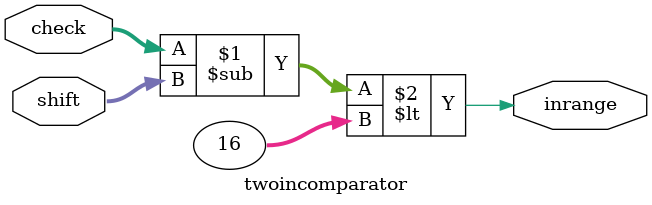
<source format=sv>

module twoincomparator #(parameter N = 8, M = 16)
(check, shift, inrange);

    input logic [N-1:0] check;
    input logic [N-1:0] shift;
    output logic inrange;

    assign inrange = ((check - shift) < M);

endmodule
</source>
